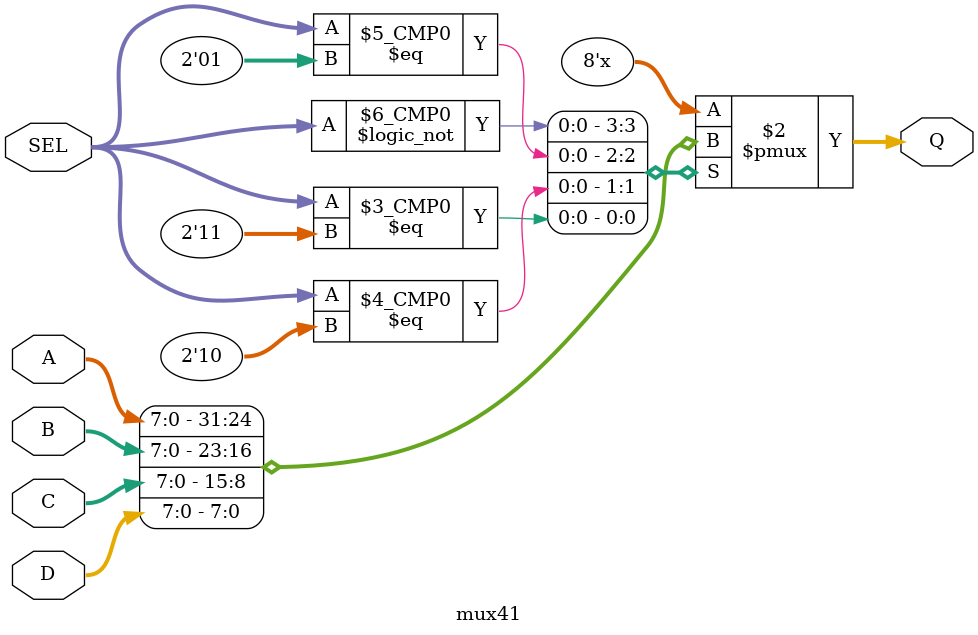
<source format=v>
module mux41
(A, B, C, D, SEL, Q);
parameter S = 8;
input  [S-1:0] A;
input  [S-1:0] B;
input  [S-1:0] C;
input  [S-1:0] D;
input  [1:0]   SEL;
output [S-1:0] Q;
reg    [S-1:0] Q;

always @(SEL)
begin
	case(SEL)
		2'b00: Q <= A;
		2'b01: Q <= B;
		2'b10: Q <= C;
		2'b11: Q <= D;
	endcase
end
endmodule

</source>
